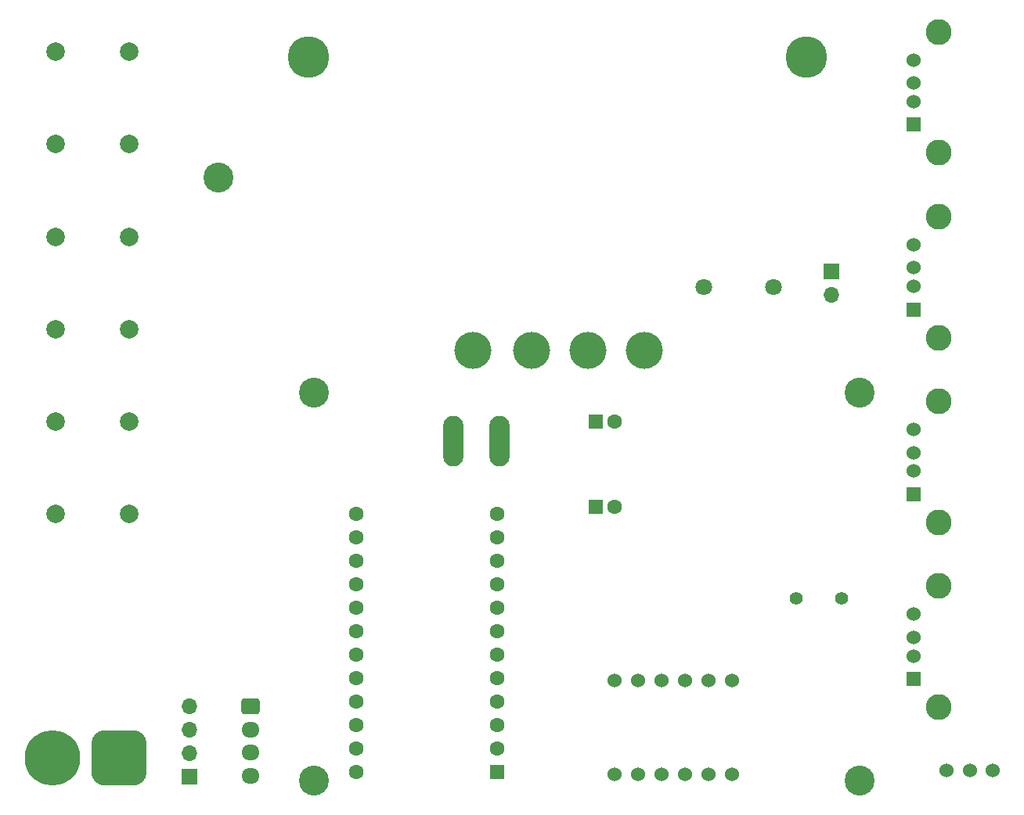
<source format=gbr>
%TF.GenerationSoftware,KiCad,Pcbnew,6.0.9-8da3e8f707~117~ubuntu20.04.1*%
%TF.CreationDate,2023-01-29T22:52:03-08:00*%
%TF.ProjectId,PDB,5044422e-6b69-4636-9164-5f7063625858,rev?*%
%TF.SameCoordinates,Original*%
%TF.FileFunction,Soldermask,Bot*%
%TF.FilePolarity,Negative*%
%FSLAX46Y46*%
G04 Gerber Fmt 4.6, Leading zero omitted, Abs format (unit mm)*
G04 Created by KiCad (PCBNEW 6.0.9-8da3e8f707~117~ubuntu20.04.1) date 2023-01-29 22:52:03*
%MOMM*%
%LPD*%
G01*
G04 APERTURE LIST*
G04 Aperture macros list*
%AMRoundRect*
0 Rectangle with rounded corners*
0 $1 Rounding radius*
0 $2 $3 $4 $5 $6 $7 $8 $9 X,Y pos of 4 corners*
0 Add a 4 corners polygon primitive as box body*
4,1,4,$2,$3,$4,$5,$6,$7,$8,$9,$2,$3,0*
0 Add four circle primitives for the rounded corners*
1,1,$1+$1,$2,$3*
1,1,$1+$1,$4,$5*
1,1,$1+$1,$6,$7*
1,1,$1+$1,$8,$9*
0 Add four rect primitives between the rounded corners*
20,1,$1+$1,$2,$3,$4,$5,0*
20,1,$1+$1,$4,$5,$6,$7,0*
20,1,$1+$1,$6,$7,$8,$9,0*
20,1,$1+$1,$8,$9,$2,$3,0*%
G04 Aperture macros list end*
%ADD10R,1.600000X1.600000*%
%ADD11C,1.600000*%
%ADD12R,1.700000X1.700000*%
%ADD13O,1.700000X1.700000*%
%ADD14R,1.524000X1.524000*%
%ADD15C,1.524000*%
%ADD16C,2.800000*%
%ADD17RoundRect,0.250000X-0.725000X0.600000X-0.725000X-0.600000X0.725000X-0.600000X0.725000X0.600000X0*%
%ADD18O,1.950000X1.700000*%
%ADD19C,1.800000*%
%ADD20C,1.400000*%
%ADD21C,2.000000*%
%ADD22C,3.240000*%
%ADD23C,4.495800*%
%ADD24C,4.000000*%
%ADD25O,2.200000X5.500000*%
%ADD26RoundRect,1.500000X1.500000X1.500000X-1.500000X1.500000X-1.500000X-1.500000X1.500000X-1.500000X0*%
%ADD27C,6.000000*%
G04 APERTURE END LIST*
D10*
%TO.C,C2*%
X122488888Y-63119000D03*
D11*
X124488888Y-63119000D03*
%TD*%
D12*
%TO.C,J1*%
X147955000Y-46883400D03*
D13*
X147955000Y-49423400D03*
%TD*%
D14*
%TO.C,USB2*%
X156845000Y-50998000D03*
D15*
X156845000Y-48498000D03*
X156845000Y-46498000D03*
X156845000Y-43998000D03*
D16*
X159555000Y-40948000D03*
X159555000Y-54048000D03*
%TD*%
D17*
%TO.C,Jst1*%
X85090000Y-93980000D03*
D18*
X85090000Y-96480000D03*
X85090000Y-98980000D03*
X85090000Y-101480000D03*
%TD*%
D15*
%TO.C,D3*%
X124460000Y-101346000D03*
X127000000Y-101346000D03*
X129540000Y-101346000D03*
X132080000Y-101346000D03*
X134620000Y-101346000D03*
X137160000Y-101346000D03*
X137160000Y-91186000D03*
X134620000Y-91186000D03*
X132080000Y-91186000D03*
X129540000Y-91186000D03*
X127000000Y-91186000D03*
X124460000Y-91186000D03*
%TD*%
D19*
%TO.C,B1*%
X134172000Y-48614000D03*
X141672000Y-48614000D03*
%TD*%
D20*
%TO.C,Y1*%
X149008000Y-82296000D03*
X144108000Y-82296000D03*
%TD*%
D14*
%TO.C,USB3*%
X156845000Y-70998000D03*
D15*
X156845000Y-68498000D03*
X156845000Y-66498000D03*
X156845000Y-63998000D03*
D16*
X159555000Y-60948000D03*
X159555000Y-74048000D03*
%TD*%
D21*
%TO.C,A2*%
X72000000Y-33113400D03*
X64000000Y-33113400D03*
%TD*%
D10*
%TO.C,Pro1*%
X111760000Y-101092000D03*
D11*
X111760000Y-98552000D03*
X111760000Y-96012000D03*
X111760000Y-93472000D03*
X111760000Y-90932000D03*
X111760000Y-88392000D03*
X111760000Y-85852000D03*
X111760000Y-83312000D03*
X111760000Y-80772000D03*
X111760000Y-78232000D03*
X111760000Y-75692000D03*
X111760000Y-73152000D03*
X96520000Y-73152000D03*
X96520000Y-75692000D03*
X96520000Y-78232000D03*
X96520000Y-80772000D03*
X96520000Y-83312000D03*
X96520000Y-85852000D03*
X96520000Y-88392000D03*
X96520000Y-90932000D03*
X96520000Y-93472000D03*
X96520000Y-96012000D03*
X96520000Y-98552000D03*
X96520000Y-101092000D03*
%TD*%
D21*
%TO.C,A4*%
X72000000Y-53113400D03*
X64000000Y-53113400D03*
%TD*%
D14*
%TO.C,USB1*%
X156845000Y-30998000D03*
D15*
X156845000Y-28498000D03*
X156845000Y-26498000D03*
X156845000Y-23998000D03*
D16*
X159555000Y-20948000D03*
X159555000Y-34048000D03*
%TD*%
D10*
%TO.C,C1*%
X122488888Y-72390000D03*
D11*
X124488888Y-72390000D03*
%TD*%
D22*
%TO.C,REF\u002A\u002A*%
X92000000Y-60000000D03*
%TD*%
D21*
%TO.C,A5*%
X72000000Y-63113400D03*
X64000000Y-63113400D03*
%TD*%
D22*
%TO.C,REF\u002A\u002A*%
X92000000Y-102000000D03*
%TD*%
D15*
%TO.C,SW2*%
X160415600Y-100863400D03*
X162915600Y-100863400D03*
X165415600Y-100863400D03*
%TD*%
D21*
%TO.C,A3*%
X72000000Y-43113400D03*
X64000000Y-43113400D03*
%TD*%
D23*
%TO.C,Converter1*%
X145211800Y-23672800D03*
X91363800Y-23672800D03*
D24*
X127685800Y-55422800D03*
X121589800Y-55422800D03*
X115493800Y-55422800D03*
X109143800Y-55422800D03*
%TD*%
D21*
%TO.C,A6*%
X72000000Y-73113400D03*
X64000000Y-73113400D03*
%TD*%
%TO.C,A1*%
X72000000Y-23113400D03*
X64000000Y-23113400D03*
%TD*%
D25*
%TO.C,Sw1*%
X107048000Y-65278000D03*
X112048000Y-65278000D03*
%TD*%
D26*
%TO.C,Batt1*%
X70866000Y-99568000D03*
D27*
X63666000Y-99568000D03*
%TD*%
D22*
%TO.C,REF\u002A\u002A*%
X81635600Y-36677600D03*
%TD*%
%TO.C,REF\u002A\u002A*%
X151000000Y-102000000D03*
%TD*%
%TO.C,REF\u002A\u002A*%
X151000000Y-60000000D03*
%TD*%
D12*
%TO.C,J2*%
X78486000Y-101600000D03*
D13*
X78486000Y-99060000D03*
X78486000Y-96520000D03*
X78486000Y-93980000D03*
%TD*%
D14*
%TO.C,DATA1*%
X156845000Y-90998000D03*
D15*
X156845000Y-88498000D03*
X156845000Y-86498000D03*
X156845000Y-83998000D03*
D16*
X159555000Y-80948000D03*
X159555000Y-94048000D03*
%TD*%
M02*

</source>
